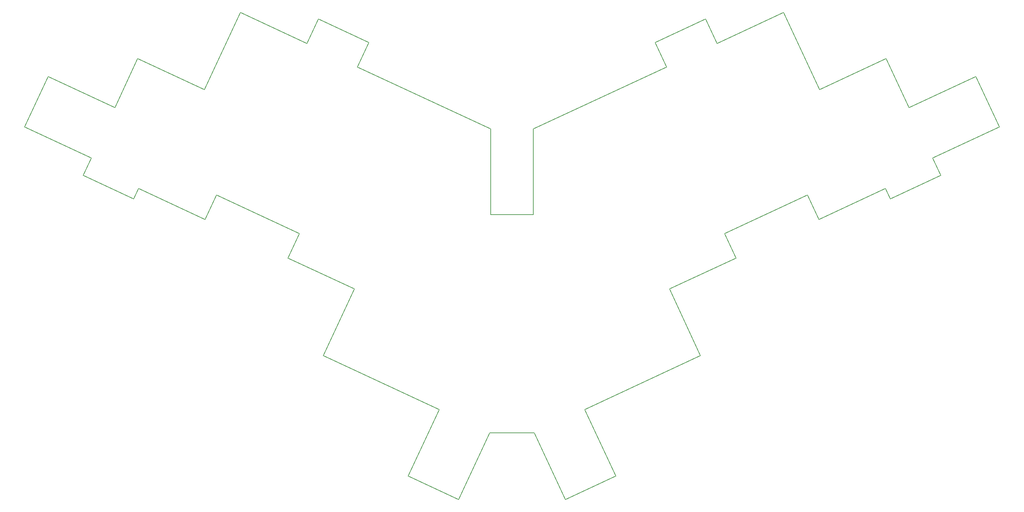
<source format=gm1>
%TF.GenerationSoftware,KiCad,Pcbnew,(5.99.0-13010-g08938463f1)*%
%TF.CreationDate,2021-12-30T23:18:33-06:00*%
%TF.ProjectId,balbuzard,62616c62-757a-4617-9264-2e6b69636164,Rev1*%
%TF.SameCoordinates,Original*%
%TF.FileFunction,Profile,NP*%
%FSLAX46Y46*%
G04 Gerber Fmt 4.6, Leading zero omitted, Abs format (unit mm)*
G04 Created by KiCad (PCBNEW (5.99.0-13010-g08938463f1)) date 2021-12-30 23:18:33*
%MOMM*%
%LPD*%
G01*
G04 APERTURE LIST*
%TA.AperFunction,Profile*%
%ADD10C,0.150000*%
%TD*%
G04 APERTURE END LIST*
D10*
X113032589Y-148898680D02*
X121062336Y-131678832D01*
X43355366Y-74479296D02*
X60575214Y-82509043D01*
X219184696Y-82509043D02*
X236404544Y-74479296D01*
X13929923Y-58551231D02*
X31149771Y-66580978D01*
X236404544Y-74479296D02*
X237672399Y-77198220D01*
X134113168Y-137764535D02*
X145646742Y-137764535D01*
X192870483Y-36962559D02*
X210090331Y-28932812D01*
X180575984Y-100512581D02*
X197795832Y-92482834D01*
X145379955Y-59107756D02*
X145379955Y-81240321D01*
X192870483Y-36962559D02*
X189912155Y-30618405D01*
X99940259Y-43048262D02*
X102898587Y-36704108D01*
X237672399Y-77198220D02*
X250723231Y-71112517D01*
X194837504Y-86138680D02*
X216226368Y-76164889D01*
X189912155Y-30618405D02*
X176861323Y-36704108D01*
X69669579Y-28932812D02*
X86889427Y-36962559D01*
X210090331Y-28932812D02*
X219387933Y-48871584D01*
X134379955Y-81240321D02*
X134379955Y-59107756D01*
X216226368Y-76164889D02*
X219184696Y-82509043D01*
X176861323Y-36704108D02*
X179819651Y-43048262D01*
X42087512Y-77198220D02*
X43355366Y-74479296D01*
X84922406Y-86138680D02*
X81964078Y-92482834D01*
X145379955Y-59107756D02*
X179819651Y-43048262D01*
X197795832Y-92482834D02*
X194837504Y-86138680D01*
X20015626Y-45500398D02*
X13929923Y-58551231D01*
X60371977Y-48871584D02*
X69669579Y-28932812D01*
X113032589Y-148898680D02*
X126083421Y-154984383D01*
X60575214Y-82509043D02*
X63533542Y-76164889D01*
X81964078Y-92482834D02*
X99183926Y-100512581D01*
X248610140Y-66580978D02*
X265829988Y-58551231D01*
X43152129Y-40841836D02*
X60371977Y-48871584D01*
X236607781Y-40841836D02*
X242524437Y-53530145D01*
X265829988Y-58551231D02*
X259744285Y-45500398D01*
X145646742Y-137764535D02*
X153676489Y-154984383D01*
X242524437Y-53530145D02*
X259744285Y-45500398D01*
X63533542Y-76164889D02*
X84922406Y-86138680D01*
X99940259Y-43048262D02*
X134379955Y-59107756D01*
X37235474Y-53530145D02*
X43152129Y-40841836D01*
X250723231Y-71112517D02*
X248610140Y-66580978D01*
X158697574Y-131678832D02*
X188605731Y-117732429D01*
X219387933Y-48871584D02*
X236607781Y-40841836D01*
X29036679Y-71112517D02*
X42087512Y-77198220D01*
X31149771Y-66580978D02*
X29036679Y-71112517D01*
X153676489Y-154984383D02*
X166727321Y-148898680D01*
X102898587Y-36704108D02*
X89847755Y-30618405D01*
X145379955Y-81240321D02*
X134379955Y-81240321D01*
X89847755Y-30618405D02*
X86889427Y-36962559D01*
X180575984Y-100512581D02*
X188605731Y-117732429D01*
X91154179Y-117732429D02*
X121062336Y-131678832D01*
X91154179Y-117732429D02*
X99183926Y-100512581D01*
X20015626Y-45500398D02*
X37235474Y-53530145D01*
X158697574Y-131678832D02*
X166727321Y-148898680D01*
X126083421Y-154984383D02*
X134113168Y-137764535D01*
M02*

</source>
